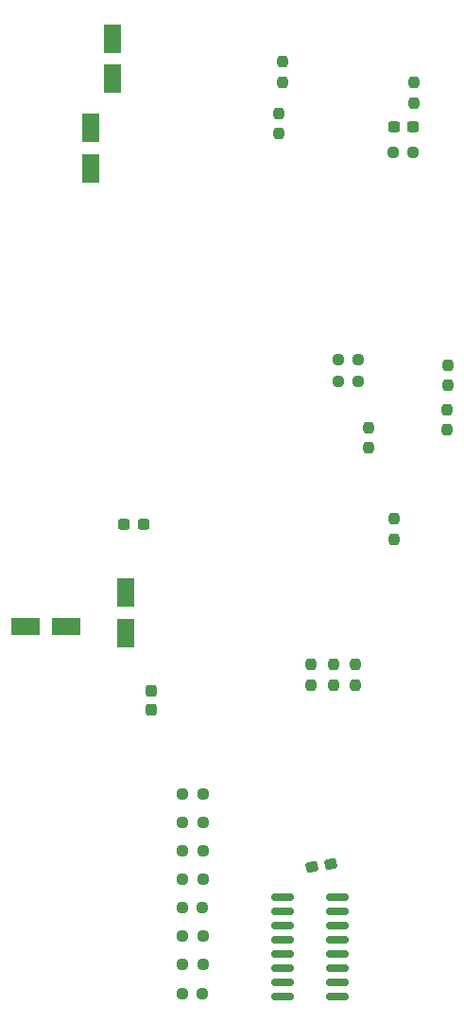
<source format=gbr>
G04 #@! TF.GenerationSoftware,KiCad,Pcbnew,7.0.9*
G04 #@! TF.CreationDate,2024-03-13T00:50:52-04:00*
G04 #@! TF.ProjectId,MEAP_Rev3b,4d454150-5f52-4657-9633-622e6b696361,rev?*
G04 #@! TF.SameCoordinates,Original*
G04 #@! TF.FileFunction,Paste,Bot*
G04 #@! TF.FilePolarity,Positive*
%FSLAX46Y46*%
G04 Gerber Fmt 4.6, Leading zero omitted, Abs format (unit mm)*
G04 Created by KiCad (PCBNEW 7.0.9) date 2024-03-13 00:50:52*
%MOMM*%
%LPD*%
G01*
G04 APERTURE LIST*
G04 Aperture macros list*
%AMRoundRect*
0 Rectangle with rounded corners*
0 $1 Rounding radius*
0 $2 $3 $4 $5 $6 $7 $8 $9 X,Y pos of 4 corners*
0 Add a 4 corners polygon primitive as box body*
4,1,4,$2,$3,$4,$5,$6,$7,$8,$9,$2,$3,0*
0 Add four circle primitives for the rounded corners*
1,1,$1+$1,$2,$3*
1,1,$1+$1,$4,$5*
1,1,$1+$1,$6,$7*
1,1,$1+$1,$8,$9*
0 Add four rect primitives between the rounded corners*
20,1,$1+$1,$2,$3,$4,$5,0*
20,1,$1+$1,$4,$5,$6,$7,0*
20,1,$1+$1,$6,$7,$8,$9,0*
20,1,$1+$1,$8,$9,$2,$3,0*%
G04 Aperture macros list end*
%ADD10RoundRect,0.237500X-0.250000X-0.237500X0.250000X-0.237500X0.250000X0.237500X-0.250000X0.237500X0*%
%ADD11RoundRect,0.237500X0.250000X0.237500X-0.250000X0.237500X-0.250000X-0.237500X0.250000X-0.237500X0*%
%ADD12RoundRect,0.237500X0.237500X-0.250000X0.237500X0.250000X-0.237500X0.250000X-0.237500X-0.250000X0*%
%ADD13RoundRect,0.250000X0.550000X-1.050000X0.550000X1.050000X-0.550000X1.050000X-0.550000X-1.050000X0*%
%ADD14RoundRect,0.237500X-0.237500X0.250000X-0.237500X-0.250000X0.237500X-0.250000X0.237500X0.250000X0*%
%ADD15RoundRect,0.250000X1.050000X0.550000X-1.050000X0.550000X-1.050000X-0.550000X1.050000X-0.550000X0*%
%ADD16RoundRect,0.237500X-0.237500X0.300000X-0.237500X-0.300000X0.237500X-0.300000X0.237500X0.300000X0*%
%ADD17RoundRect,0.237500X0.300000X0.237500X-0.300000X0.237500X-0.300000X-0.237500X0.300000X-0.237500X0*%
%ADD18RoundRect,0.150000X0.825000X0.150000X-0.825000X0.150000X-0.825000X-0.150000X0.825000X-0.150000X0*%
%ADD19RoundRect,0.237500X0.254201X0.285986X-0.336684X0.181797X-0.254201X-0.285986X0.336684X-0.181797X0*%
G04 APERTURE END LIST*
D10*
X46377500Y-34150000D03*
X48202500Y-34150000D03*
D11*
X43282500Y-52740000D03*
X41457500Y-52740000D03*
D12*
X41039996Y-81802502D03*
X41039996Y-79977502D03*
X36150000Y-32482500D03*
X36150000Y-30657500D03*
D13*
X19299999Y-35569997D03*
X19299999Y-31969997D03*
D10*
X27517500Y-96690000D03*
X29342500Y-96690000D03*
D14*
X44210000Y-58787500D03*
X44210000Y-60612500D03*
D15*
X17070000Y-76600000D03*
X13470000Y-76600000D03*
D16*
X24690000Y-82310000D03*
X24690000Y-84035000D03*
D17*
X48192500Y-31870000D03*
X46467500Y-31870000D03*
D14*
X36470000Y-26067500D03*
X36470000Y-27892500D03*
X46520000Y-66947500D03*
X46520000Y-68772500D03*
D10*
X27537500Y-99230000D03*
X29362500Y-99230000D03*
D12*
X43040000Y-81812500D03*
X43040000Y-79987500D03*
D10*
X27527500Y-94150000D03*
X29352500Y-94150000D03*
D12*
X51250000Y-58982500D03*
X51250000Y-57157500D03*
D10*
X27507500Y-101760000D03*
X29332500Y-101760000D03*
X27507500Y-109400000D03*
X29332500Y-109400000D03*
D13*
X21270002Y-27599999D03*
X21270002Y-23999999D03*
D11*
X43302500Y-54680000D03*
X41477500Y-54680000D03*
D18*
X41445000Y-100770000D03*
X41445000Y-102040000D03*
X41445000Y-103310000D03*
X41445000Y-104580000D03*
X41445000Y-105850000D03*
X41445000Y-107120000D03*
X41445000Y-108390000D03*
X41445000Y-109660000D03*
X36495000Y-109660000D03*
X36495000Y-108390000D03*
X36495000Y-107120000D03*
X36495000Y-105850000D03*
X36495000Y-104580000D03*
X36495000Y-103310000D03*
X36495000Y-102040000D03*
X36495000Y-100770000D03*
D14*
X51280000Y-53197500D03*
X51280000Y-55022500D03*
D19*
X40809397Y-97810228D03*
X39110603Y-98109772D03*
D17*
X24030000Y-67410000D03*
X22305000Y-67410000D03*
D10*
X27517500Y-104310000D03*
X29342500Y-104310000D03*
D13*
X22469998Y-77140001D03*
X22469998Y-73540001D03*
D14*
X39050000Y-79967500D03*
X39050000Y-81792500D03*
X48280000Y-27917500D03*
X48280000Y-29742500D03*
D10*
X27547500Y-91610000D03*
X29372500Y-91610000D03*
X27537500Y-106830000D03*
X29362500Y-106830000D03*
M02*

</source>
